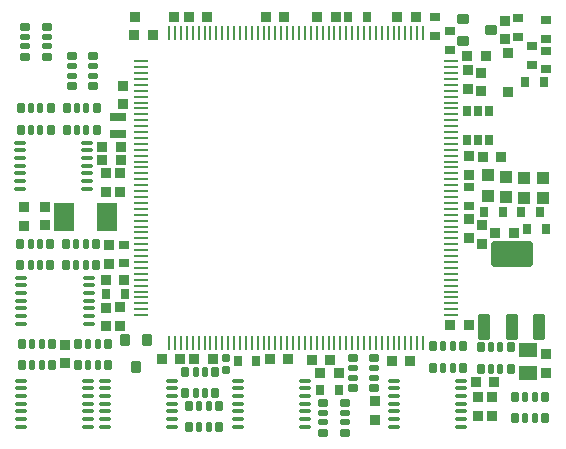
<source format=gtp>
G04*
G04 #@! TF.GenerationSoftware,Altium Limited,Altium Designer,20.2.7 (254)*
G04*
G04 Layer_Color=8421504*
%FSLAX25Y25*%
%MOIN*%
G70*
G04*
G04 #@! TF.SameCoordinates,2CAF1E14-90DA-4ECA-8151-D2BA910CDBF6*
G04*
G04*
G04 #@! TF.FilePolarity,Positive*
G04*
G01*
G75*
G04:AMPARAMS|DCode=17|XSize=27.56mil|YSize=36.22mil|CornerRadius=2.76mil|HoleSize=0mil|Usage=FLASHONLY|Rotation=180.000|XOffset=0mil|YOffset=0mil|HoleType=Round|Shape=RoundedRectangle|*
%AMROUNDEDRECTD17*
21,1,0.02756,0.03071,0,0,180.0*
21,1,0.02205,0.03622,0,0,180.0*
1,1,0.00551,-0.01102,0.01535*
1,1,0.00551,0.01102,0.01535*
1,1,0.00551,0.01102,-0.01535*
1,1,0.00551,-0.01102,-0.01535*
%
%ADD17ROUNDEDRECTD17*%
G04:AMPARAMS|DCode=18|XSize=137.8mil|YSize=84.65mil|CornerRadius=8.47mil|HoleSize=0mil|Usage=FLASHONLY|Rotation=0.000|XOffset=0mil|YOffset=0mil|HoleType=Round|Shape=RoundedRectangle|*
%AMROUNDEDRECTD18*
21,1,0.13780,0.06772,0,0,0.0*
21,1,0.12087,0.08465,0,0,0.0*
1,1,0.01693,0.06043,-0.03386*
1,1,0.01693,-0.06043,-0.03386*
1,1,0.01693,-0.06043,0.03386*
1,1,0.01693,0.06043,0.03386*
%
%ADD18ROUNDEDRECTD18*%
G04:AMPARAMS|DCode=19|XSize=43.31mil|YSize=84.65mil|CornerRadius=4.33mil|HoleSize=0mil|Usage=FLASHONLY|Rotation=0.000|XOffset=0mil|YOffset=0mil|HoleType=Round|Shape=RoundedRectangle|*
%AMROUNDEDRECTD19*
21,1,0.04331,0.07598,0,0,0.0*
21,1,0.03465,0.08465,0,0,0.0*
1,1,0.00866,0.01732,-0.03799*
1,1,0.00866,-0.01732,-0.03799*
1,1,0.00866,-0.01732,0.03799*
1,1,0.00866,0.01732,0.03799*
%
%ADD19ROUNDEDRECTD19*%
G04:AMPARAMS|DCode=20|XSize=43.31mil|YSize=84.65mil|CornerRadius=4.33mil|HoleSize=0mil|Usage=FLASHONLY|Rotation=0.000|XOffset=0mil|YOffset=0mil|HoleType=Round|Shape=RoundedRectangle|*
%AMROUNDEDRECTD20*
21,1,0.04331,0.07599,0,0,0.0*
21,1,0.03465,0.08465,0,0,0.0*
1,1,0.00866,0.01732,-0.03799*
1,1,0.00866,-0.01732,-0.03799*
1,1,0.00866,-0.01732,0.03799*
1,1,0.00866,0.01732,0.03799*
%
%ADD20ROUNDEDRECTD20*%
%ADD21O,0.04331X0.01181*%
%ADD22O,0.05118X0.00866*%
%ADD23O,0.00866X0.05118*%
G04:AMPARAMS|DCode=24|XSize=33.47mil|YSize=33.47mil|CornerRadius=3.35mil|HoleSize=0mil|Usage=FLASHONLY|Rotation=180.000|XOffset=0mil|YOffset=0mil|HoleType=Round|Shape=RoundedRectangle|*
%AMROUNDEDRECTD24*
21,1,0.03347,0.02677,0,0,180.0*
21,1,0.02677,0.03347,0,0,180.0*
1,1,0.00669,-0.01339,0.01339*
1,1,0.00669,0.01339,0.01339*
1,1,0.00669,0.01339,-0.01339*
1,1,0.00669,-0.01339,-0.01339*
%
%ADD24ROUNDEDRECTD24*%
G04:AMPARAMS|DCode=25|XSize=33.47mil|YSize=33.47mil|CornerRadius=3.35mil|HoleSize=0mil|Usage=FLASHONLY|Rotation=270.000|XOffset=0mil|YOffset=0mil|HoleType=Round|Shape=RoundedRectangle|*
%AMROUNDEDRECTD25*
21,1,0.03347,0.02677,0,0,270.0*
21,1,0.02677,0.03347,0,0,270.0*
1,1,0.00669,-0.01339,-0.01339*
1,1,0.00669,-0.01339,0.01339*
1,1,0.00669,0.01339,0.01339*
1,1,0.00669,0.01339,-0.01339*
%
%ADD25ROUNDEDRECTD25*%
G04:AMPARAMS|DCode=26|XSize=39.37mil|YSize=43.31mil|CornerRadius=3.94mil|HoleSize=0mil|Usage=FLASHONLY|Rotation=270.000|XOffset=0mil|YOffset=0mil|HoleType=Round|Shape=RoundedRectangle|*
%AMROUNDEDRECTD26*
21,1,0.03937,0.03543,0,0,270.0*
21,1,0.03150,0.04331,0,0,270.0*
1,1,0.00787,-0.01772,-0.01575*
1,1,0.00787,-0.01772,0.01575*
1,1,0.00787,0.01772,0.01575*
1,1,0.00787,0.01772,-0.01575*
%
%ADD26ROUNDEDRECTD26*%
%ADD27R,0.05906X0.05118*%
G04:AMPARAMS|DCode=28|XSize=27.56mil|YSize=36.22mil|CornerRadius=2.76mil|HoleSize=0mil|Usage=FLASHONLY|Rotation=90.000|XOffset=0mil|YOffset=0mil|HoleType=Round|Shape=RoundedRectangle|*
%AMROUNDEDRECTD28*
21,1,0.02756,0.03071,0,0,90.0*
21,1,0.02205,0.03622,0,0,90.0*
1,1,0.00551,0.01535,0.01102*
1,1,0.00551,0.01535,-0.01102*
1,1,0.00551,-0.01535,-0.01102*
1,1,0.00551,-0.01535,0.01102*
%
%ADD28ROUNDEDRECTD28*%
G04:AMPARAMS|DCode=29|XSize=35.43mil|YSize=37.4mil|CornerRadius=3.54mil|HoleSize=0mil|Usage=FLASHONLY|Rotation=270.000|XOffset=0mil|YOffset=0mil|HoleType=Round|Shape=RoundedRectangle|*
%AMROUNDEDRECTD29*
21,1,0.03543,0.03032,0,0,270.0*
21,1,0.02835,0.03740,0,0,270.0*
1,1,0.00709,-0.01516,-0.01417*
1,1,0.00709,-0.01516,0.01417*
1,1,0.00709,0.01516,0.01417*
1,1,0.00709,0.01516,-0.01417*
%
%ADD29ROUNDEDRECTD29*%
G04:AMPARAMS|DCode=30|XSize=35.43mil|YSize=37.4mil|CornerRadius=3.54mil|HoleSize=0mil|Usage=FLASHONLY|Rotation=270.000|XOffset=0mil|YOffset=0mil|HoleType=Round|Shape=RoundedRectangle|*
%AMROUNDEDRECTD30*
21,1,0.03543,0.03032,0,0,270.0*
21,1,0.02835,0.03740,0,0,270.0*
1,1,0.00709,-0.01516,-0.01417*
1,1,0.00709,-0.01516,0.01417*
1,1,0.00709,0.01516,0.01417*
1,1,0.00709,0.01516,-0.01417*
%
%ADD30ROUNDEDRECTD30*%
%ADD31R,0.06693X0.09449*%
G04:AMPARAMS|DCode=32|XSize=23.62mil|YSize=35.43mil|CornerRadius=2.36mil|HoleSize=0mil|Usage=FLASHONLY|Rotation=180.000|XOffset=0mil|YOffset=0mil|HoleType=Round|Shape=RoundedRectangle|*
%AMROUNDEDRECTD32*
21,1,0.02362,0.03071,0,0,180.0*
21,1,0.01890,0.03543,0,0,180.0*
1,1,0.00472,-0.00945,0.01535*
1,1,0.00472,0.00945,0.01535*
1,1,0.00472,0.00945,-0.01535*
1,1,0.00472,-0.00945,-0.01535*
%
%ADD32ROUNDEDRECTD32*%
G04:AMPARAMS|DCode=33|XSize=25.59mil|YSize=31.5mil|CornerRadius=2.56mil|HoleSize=0mil|Usage=FLASHONLY|Rotation=0.000|XOffset=0mil|YOffset=0mil|HoleType=Round|Shape=RoundedRectangle|*
%AMROUNDEDRECTD33*
21,1,0.02559,0.02638,0,0,0.0*
21,1,0.02047,0.03150,0,0,0.0*
1,1,0.00512,0.01024,-0.01319*
1,1,0.00512,-0.01024,-0.01319*
1,1,0.00512,-0.01024,0.01319*
1,1,0.00512,0.01024,0.01319*
%
%ADD33ROUNDEDRECTD33*%
G04:AMPARAMS|DCode=34|XSize=17.72mil|YSize=31.5mil|CornerRadius=1.77mil|HoleSize=0mil|Usage=FLASHONLY|Rotation=0.000|XOffset=0mil|YOffset=0mil|HoleType=Round|Shape=RoundedRectangle|*
%AMROUNDEDRECTD34*
21,1,0.01772,0.02795,0,0,0.0*
21,1,0.01417,0.03150,0,0,0.0*
1,1,0.00354,0.00709,-0.01398*
1,1,0.00354,-0.00709,-0.01398*
1,1,0.00354,-0.00709,0.01398*
1,1,0.00354,0.00709,0.01398*
%
%ADD34ROUNDEDRECTD34*%
G04:AMPARAMS|DCode=35|XSize=35.83mil|YSize=33.47mil|CornerRadius=3.35mil|HoleSize=0mil|Usage=FLASHONLY|Rotation=270.000|XOffset=0mil|YOffset=0mil|HoleType=Round|Shape=RoundedRectangle|*
%AMROUNDEDRECTD35*
21,1,0.03583,0.02677,0,0,270.0*
21,1,0.02913,0.03347,0,0,270.0*
1,1,0.00669,-0.01339,-0.01457*
1,1,0.00669,-0.01339,0.01457*
1,1,0.00669,0.01339,0.01457*
1,1,0.00669,0.01339,-0.01457*
%
%ADD35ROUNDEDRECTD35*%
G04:AMPARAMS|DCode=36|XSize=35.43mil|YSize=37.4mil|CornerRadius=3.54mil|HoleSize=0mil|Usage=FLASHONLY|Rotation=180.000|XOffset=0mil|YOffset=0mil|HoleType=Round|Shape=RoundedRectangle|*
%AMROUNDEDRECTD36*
21,1,0.03543,0.03032,0,0,180.0*
21,1,0.02835,0.03740,0,0,180.0*
1,1,0.00709,-0.01417,0.01516*
1,1,0.00709,0.01417,0.01516*
1,1,0.00709,0.01417,-0.01516*
1,1,0.00709,-0.01417,-0.01516*
%
%ADD36ROUNDEDRECTD36*%
G04:AMPARAMS|DCode=37|XSize=35.43mil|YSize=37.4mil|CornerRadius=3.54mil|HoleSize=0mil|Usage=FLASHONLY|Rotation=180.000|XOffset=0mil|YOffset=0mil|HoleType=Round|Shape=RoundedRectangle|*
%AMROUNDEDRECTD37*
21,1,0.03543,0.03032,0,0,180.0*
21,1,0.02835,0.03740,0,0,180.0*
1,1,0.00709,-0.01417,0.01516*
1,1,0.00709,0.01417,0.01516*
1,1,0.00709,0.01417,-0.01516*
1,1,0.00709,-0.01417,-0.01516*
%
%ADD37ROUNDEDRECTD37*%
G04:AMPARAMS|DCode=38|XSize=25.59mil|YSize=31.5mil|CornerRadius=2.56mil|HoleSize=0mil|Usage=FLASHONLY|Rotation=270.000|XOffset=0mil|YOffset=0mil|HoleType=Round|Shape=RoundedRectangle|*
%AMROUNDEDRECTD38*
21,1,0.02559,0.02638,0,0,270.0*
21,1,0.02047,0.03150,0,0,270.0*
1,1,0.00512,-0.01319,-0.01024*
1,1,0.00512,-0.01319,0.01024*
1,1,0.00512,0.01319,0.01024*
1,1,0.00512,0.01319,-0.01024*
%
%ADD38ROUNDEDRECTD38*%
G04:AMPARAMS|DCode=39|XSize=17.72mil|YSize=31.5mil|CornerRadius=1.77mil|HoleSize=0mil|Usage=FLASHONLY|Rotation=270.000|XOffset=0mil|YOffset=0mil|HoleType=Round|Shape=RoundedRectangle|*
%AMROUNDEDRECTD39*
21,1,0.01772,0.02795,0,0,270.0*
21,1,0.01417,0.03150,0,0,270.0*
1,1,0.00354,-0.01398,-0.00709*
1,1,0.00354,-0.01398,0.00709*
1,1,0.00354,0.01398,0.00709*
1,1,0.00354,0.01398,-0.00709*
%
%ADD39ROUNDEDRECTD39*%
G04:AMPARAMS|DCode=40|XSize=27.56mil|YSize=55.12mil|CornerRadius=2.76mil|HoleSize=0mil|Usage=FLASHONLY|Rotation=270.000|XOffset=0mil|YOffset=0mil|HoleType=Round|Shape=RoundedRectangle|*
%AMROUNDEDRECTD40*
21,1,0.02756,0.04961,0,0,270.0*
21,1,0.02205,0.05512,0,0,270.0*
1,1,0.00551,-0.02480,-0.01102*
1,1,0.00551,-0.02480,0.01102*
1,1,0.00551,0.02480,0.01102*
1,1,0.00551,0.02480,-0.01102*
%
%ADD40ROUNDEDRECTD40*%
G04:AMPARAMS|DCode=41|XSize=27.56mil|YSize=23.62mil|CornerRadius=2.36mil|HoleSize=0mil|Usage=FLASHONLY|Rotation=180.000|XOffset=0mil|YOffset=0mil|HoleType=Round|Shape=RoundedRectangle|*
%AMROUNDEDRECTD41*
21,1,0.02756,0.01890,0,0,180.0*
21,1,0.02284,0.02362,0,0,180.0*
1,1,0.00472,-0.01142,0.00945*
1,1,0.00472,0.01142,0.00945*
1,1,0.00472,0.01142,-0.00945*
1,1,0.00472,-0.01142,-0.00945*
%
%ADD41ROUNDEDRECTD41*%
G04:AMPARAMS|DCode=42|XSize=35.83mil|YSize=33.47mil|CornerRadius=3.35mil|HoleSize=0mil|Usage=FLASHONLY|Rotation=180.000|XOffset=0mil|YOffset=0mil|HoleType=Round|Shape=RoundedRectangle|*
%AMROUNDEDRECTD42*
21,1,0.03583,0.02677,0,0,180.0*
21,1,0.02913,0.03347,0,0,180.0*
1,1,0.00669,-0.01457,0.01339*
1,1,0.00669,0.01457,0.01339*
1,1,0.00669,0.01457,-0.01339*
1,1,0.00669,-0.01457,-0.01339*
%
%ADD42ROUNDEDRECTD42*%
D17*
X110433Y17421D02*
D03*
X104134D02*
D03*
X76575Y27264D02*
D03*
X82874D02*
D03*
X158858Y76968D02*
D03*
X165157D02*
D03*
X119784Y142028D02*
D03*
X113484D02*
D03*
X177362Y76772D02*
D03*
X171063D02*
D03*
X179232Y71260D02*
D03*
X172933D02*
D03*
X32579Y49705D02*
D03*
X38878D02*
D03*
X172244Y120177D02*
D03*
X178543D02*
D03*
D18*
X167913Y62992D02*
D03*
D19*
X176969Y38583D02*
D03*
X158858D02*
D03*
D20*
X167913D02*
D03*
D21*
X128543Y20669D02*
D03*
Y18110D02*
D03*
Y15551D02*
D03*
Y12992D02*
D03*
Y10433D02*
D03*
Y7874D02*
D03*
Y5315D02*
D03*
X150984Y20669D02*
D03*
Y18110D02*
D03*
Y15551D02*
D03*
Y12992D02*
D03*
Y10433D02*
D03*
Y7874D02*
D03*
Y5315D02*
D03*
X4527Y55020D02*
D03*
Y52461D02*
D03*
Y49902D02*
D03*
Y47343D02*
D03*
Y44783D02*
D03*
Y42224D02*
D03*
Y39665D02*
D03*
X26969Y55020D02*
D03*
Y52461D02*
D03*
Y49902D02*
D03*
Y47343D02*
D03*
Y44783D02*
D03*
Y42224D02*
D03*
Y39665D02*
D03*
X4035Y100000D02*
D03*
Y97441D02*
D03*
Y94882D02*
D03*
Y92323D02*
D03*
Y89764D02*
D03*
Y87205D02*
D03*
Y84646D02*
D03*
X26476Y100000D02*
D03*
Y97441D02*
D03*
Y94882D02*
D03*
Y92323D02*
D03*
Y89764D02*
D03*
Y87205D02*
D03*
Y84646D02*
D03*
X54724Y5315D02*
D03*
Y7874D02*
D03*
Y10433D02*
D03*
Y12992D02*
D03*
Y15551D02*
D03*
Y18110D02*
D03*
Y20669D02*
D03*
X32284Y5315D02*
D03*
Y7874D02*
D03*
Y10433D02*
D03*
Y12992D02*
D03*
Y15551D02*
D03*
Y18110D02*
D03*
Y20669D02*
D03*
X99016Y5315D02*
D03*
Y7874D02*
D03*
Y10433D02*
D03*
Y12992D02*
D03*
Y15551D02*
D03*
Y18110D02*
D03*
Y20669D02*
D03*
X76575Y5315D02*
D03*
Y7874D02*
D03*
Y10433D02*
D03*
Y12992D02*
D03*
Y15551D02*
D03*
Y18110D02*
D03*
Y20669D02*
D03*
X4232D02*
D03*
Y18110D02*
D03*
Y15551D02*
D03*
Y12992D02*
D03*
Y10433D02*
D03*
Y7874D02*
D03*
Y5315D02*
D03*
X26673Y20669D02*
D03*
Y18110D02*
D03*
Y15551D02*
D03*
Y12992D02*
D03*
Y10433D02*
D03*
Y7874D02*
D03*
Y5315D02*
D03*
D22*
X44291Y127165D02*
D03*
Y125197D02*
D03*
Y123228D02*
D03*
Y121260D02*
D03*
Y119291D02*
D03*
Y117323D02*
D03*
Y115354D02*
D03*
Y113386D02*
D03*
Y111417D02*
D03*
Y109449D02*
D03*
Y107480D02*
D03*
Y105512D02*
D03*
Y103543D02*
D03*
Y101575D02*
D03*
Y99606D02*
D03*
Y97638D02*
D03*
Y95669D02*
D03*
Y93701D02*
D03*
Y91732D02*
D03*
Y89764D02*
D03*
Y87795D02*
D03*
Y85827D02*
D03*
Y83858D02*
D03*
Y81890D02*
D03*
Y79921D02*
D03*
Y77953D02*
D03*
Y75984D02*
D03*
Y74016D02*
D03*
Y72047D02*
D03*
Y70079D02*
D03*
Y68110D02*
D03*
Y66142D02*
D03*
Y64173D02*
D03*
Y62205D02*
D03*
Y60236D02*
D03*
Y58268D02*
D03*
Y56299D02*
D03*
Y54331D02*
D03*
Y52362D02*
D03*
Y50394D02*
D03*
Y48425D02*
D03*
Y46457D02*
D03*
Y44488D02*
D03*
Y42520D02*
D03*
X147835D02*
D03*
Y44488D02*
D03*
Y46457D02*
D03*
Y48425D02*
D03*
Y50394D02*
D03*
Y52362D02*
D03*
Y54331D02*
D03*
Y56299D02*
D03*
Y58268D02*
D03*
Y60236D02*
D03*
Y62205D02*
D03*
Y64173D02*
D03*
Y66142D02*
D03*
Y68110D02*
D03*
Y70079D02*
D03*
Y72047D02*
D03*
Y74016D02*
D03*
Y75984D02*
D03*
Y77953D02*
D03*
Y79921D02*
D03*
Y81890D02*
D03*
Y83858D02*
D03*
Y85827D02*
D03*
Y87795D02*
D03*
Y89764D02*
D03*
Y91732D02*
D03*
Y93701D02*
D03*
Y95669D02*
D03*
Y97638D02*
D03*
Y99606D02*
D03*
Y101575D02*
D03*
Y103543D02*
D03*
Y105512D02*
D03*
Y107480D02*
D03*
Y109449D02*
D03*
Y111417D02*
D03*
Y113386D02*
D03*
Y115354D02*
D03*
Y117323D02*
D03*
Y119291D02*
D03*
Y121260D02*
D03*
Y123228D02*
D03*
Y125197D02*
D03*
Y127165D02*
D03*
D23*
X53740Y33071D02*
D03*
X55709D02*
D03*
X57677D02*
D03*
X59646D02*
D03*
X61614D02*
D03*
X63583D02*
D03*
X65551D02*
D03*
X67520D02*
D03*
X69488D02*
D03*
X71457D02*
D03*
X73425D02*
D03*
X75394D02*
D03*
X77362D02*
D03*
X79331D02*
D03*
X81299D02*
D03*
X83268D02*
D03*
X85236D02*
D03*
X87205D02*
D03*
X89173D02*
D03*
X91142D02*
D03*
X93110D02*
D03*
X95079D02*
D03*
X97047D02*
D03*
X99016D02*
D03*
X100984D02*
D03*
X102953D02*
D03*
X104921D02*
D03*
X106890D02*
D03*
X108858D02*
D03*
X110827D02*
D03*
X112795D02*
D03*
X114764D02*
D03*
X116732D02*
D03*
X118701D02*
D03*
X120669D02*
D03*
X122638D02*
D03*
X124606D02*
D03*
X126575D02*
D03*
X128543D02*
D03*
X130512D02*
D03*
X132480D02*
D03*
X134449D02*
D03*
X136417D02*
D03*
X138386D02*
D03*
Y136614D02*
D03*
X136417D02*
D03*
X134449D02*
D03*
X132480D02*
D03*
X130512D02*
D03*
X128543D02*
D03*
X126575D02*
D03*
X124606D02*
D03*
X122638D02*
D03*
X120669D02*
D03*
X118701D02*
D03*
X116732D02*
D03*
X114764D02*
D03*
X112795D02*
D03*
X110827D02*
D03*
X108858D02*
D03*
X106890D02*
D03*
X104921D02*
D03*
X102953D02*
D03*
X100984D02*
D03*
X99016D02*
D03*
X97047D02*
D03*
X95079D02*
D03*
X93110D02*
D03*
X91142D02*
D03*
X89173D02*
D03*
X87205D02*
D03*
X85236D02*
D03*
X83268D02*
D03*
X81299D02*
D03*
X79331D02*
D03*
X77362D02*
D03*
X75394D02*
D03*
X73425D02*
D03*
X71457D02*
D03*
X69488D02*
D03*
X67520D02*
D03*
X65551D02*
D03*
X63583D02*
D03*
X61614D02*
D03*
X59646D02*
D03*
X57677D02*
D03*
X55709D02*
D03*
X53740D02*
D03*
D24*
X155945Y20079D02*
D03*
X162165D02*
D03*
X153189Y128740D02*
D03*
X159409D02*
D03*
X162539Y69882D02*
D03*
X168760D02*
D03*
X62165Y27854D02*
D03*
X68386D02*
D03*
X135945Y141811D02*
D03*
X129724D02*
D03*
X127894Y27165D02*
D03*
X134114D02*
D03*
X42067Y135827D02*
D03*
X48287D02*
D03*
X158307Y95177D02*
D03*
X164527D02*
D03*
X51220Y27756D02*
D03*
X57441D02*
D03*
X104173Y23327D02*
D03*
X110394D02*
D03*
X37756Y94193D02*
D03*
X31536D02*
D03*
X66496Y141929D02*
D03*
X60276D02*
D03*
X85965Y141831D02*
D03*
X92185D02*
D03*
X103091Y141831D02*
D03*
X109311D02*
D03*
X153602Y39272D02*
D03*
X147382D02*
D03*
X87244Y27756D02*
D03*
X93465D02*
D03*
X107441Y27657D02*
D03*
X101221D02*
D03*
X37657Y98523D02*
D03*
X31437D02*
D03*
X32618Y54232D02*
D03*
X38839D02*
D03*
D25*
X165650Y140709D02*
D03*
Y134488D02*
D03*
X179429Y23268D02*
D03*
Y29488D02*
D03*
X153248Y117953D02*
D03*
Y124173D02*
D03*
X37303Y83602D02*
D03*
Y89823D02*
D03*
X157776Y117165D02*
D03*
Y123386D02*
D03*
X122343Y7520D02*
D03*
Y13740D02*
D03*
X156791Y8996D02*
D03*
Y15217D02*
D03*
X161221Y15216D02*
D03*
Y8996D02*
D03*
X12500Y78701D02*
D03*
Y72480D02*
D03*
X32776Y83602D02*
D03*
Y89823D02*
D03*
X37402Y38917D02*
D03*
Y45138D02*
D03*
X158169Y72402D02*
D03*
Y66181D02*
D03*
X32579Y38819D02*
D03*
Y45039D02*
D03*
X18996Y26417D02*
D03*
Y32638D02*
D03*
X5413Y72382D02*
D03*
Y78602D02*
D03*
X153543Y89311D02*
D03*
Y95531D02*
D03*
X153642Y74567D02*
D03*
Y68347D02*
D03*
X33760Y59685D02*
D03*
Y65905D02*
D03*
X38484Y118957D02*
D03*
Y112736D02*
D03*
D26*
X178445Y88386D02*
D03*
Y81693D02*
D03*
X165945Y81791D02*
D03*
Y88484D02*
D03*
X172146Y88386D02*
D03*
Y81693D02*
D03*
X160020Y82382D02*
D03*
Y89075D02*
D03*
D27*
X173228Y23327D02*
D03*
Y30807D02*
D03*
D28*
X147244Y130807D02*
D03*
Y137106D02*
D03*
X142520Y135630D02*
D03*
Y141929D02*
D03*
X153642Y85138D02*
D03*
Y78839D02*
D03*
X170177Y141535D02*
D03*
Y135236D02*
D03*
X179232Y130709D02*
D03*
Y124409D02*
D03*
X179232Y140846D02*
D03*
Y134547D02*
D03*
X174606Y132283D02*
D03*
Y125984D02*
D03*
X38583Y59744D02*
D03*
Y66043D02*
D03*
D29*
X161102Y137599D02*
D03*
X151850Y141339D02*
D03*
D30*
Y133858D02*
D03*
D31*
X18602Y75099D02*
D03*
X33169D02*
D03*
D32*
X160531Y100984D02*
D03*
X156791D02*
D03*
X153051D02*
D03*
Y110433D02*
D03*
X156791D02*
D03*
X160531D02*
D03*
D33*
X179035Y8169D02*
D03*
Y15256D02*
D03*
X168996D02*
D03*
Y8169D02*
D03*
X157579Y24705D02*
D03*
Y31791D02*
D03*
X167618D02*
D03*
Y24705D02*
D03*
X29429Y59153D02*
D03*
Y66240D02*
D03*
X19390D02*
D03*
Y59153D02*
D03*
X4134Y59154D02*
D03*
Y66240D02*
D03*
X14173D02*
D03*
Y59154D02*
D03*
X33366Y25787D02*
D03*
Y32874D02*
D03*
X23327D02*
D03*
Y25787D02*
D03*
X4626D02*
D03*
Y32874D02*
D03*
X14665D02*
D03*
Y25787D02*
D03*
X29626Y104331D02*
D03*
Y111417D02*
D03*
X19587D02*
D03*
Y104331D02*
D03*
X141732Y25000D02*
D03*
Y32087D02*
D03*
X151772D02*
D03*
Y25000D02*
D03*
X14272Y104331D02*
D03*
Y111417D02*
D03*
X4232D02*
D03*
Y104331D02*
D03*
X69193Y23524D02*
D03*
Y16437D02*
D03*
X59153D02*
D03*
Y23524D02*
D03*
X60335Y5217D02*
D03*
Y12303D02*
D03*
X70374D02*
D03*
Y5217D02*
D03*
D34*
X172441Y15256D02*
D03*
X175591D02*
D03*
Y8169D02*
D03*
X172441D02*
D03*
X161024Y24705D02*
D03*
X164173D02*
D03*
Y31791D02*
D03*
X161024D02*
D03*
X22835Y66240D02*
D03*
X25984D02*
D03*
Y59153D02*
D03*
X22835D02*
D03*
X7579Y59154D02*
D03*
X10728D02*
D03*
Y66240D02*
D03*
X7579D02*
D03*
X26772Y32874D02*
D03*
X29921D02*
D03*
Y25787D02*
D03*
X26772D02*
D03*
X8071D02*
D03*
X11221D02*
D03*
Y32874D02*
D03*
X8071D02*
D03*
X23032Y111417D02*
D03*
X26181D02*
D03*
Y104331D02*
D03*
X23032D02*
D03*
X145177Y25000D02*
D03*
X148327D02*
D03*
Y32087D02*
D03*
X145177D02*
D03*
X7677Y111417D02*
D03*
X10827D02*
D03*
Y104331D02*
D03*
X7677D02*
D03*
X65748Y23524D02*
D03*
X62598D02*
D03*
Y16437D02*
D03*
X65748D02*
D03*
X63780Y5217D02*
D03*
X66929D02*
D03*
Y12303D02*
D03*
X63780D02*
D03*
D35*
X166732Y116929D02*
D03*
Y129921D02*
D03*
D36*
X46358Y34331D02*
D03*
X42618Y25079D02*
D03*
D37*
X38878Y34331D02*
D03*
D38*
X105196Y13384D02*
D03*
X112283D02*
D03*
Y3345D02*
D03*
X105196D02*
D03*
X114961Y28248D02*
D03*
X122047D02*
D03*
Y18209D02*
D03*
X114961D02*
D03*
X28504Y128917D02*
D03*
X21417D02*
D03*
Y118877D02*
D03*
X28504D02*
D03*
X12894Y138681D02*
D03*
X5807D02*
D03*
Y128642D02*
D03*
X12894D02*
D03*
D39*
X105196Y9940D02*
D03*
Y6790D02*
D03*
X112283D02*
D03*
Y9940D02*
D03*
X114961Y24803D02*
D03*
Y21654D02*
D03*
X122047D02*
D03*
Y24803D02*
D03*
X21417Y122322D02*
D03*
Y125472D02*
D03*
X28504D02*
D03*
Y122322D02*
D03*
X5807Y132087D02*
D03*
Y135236D02*
D03*
X12894D02*
D03*
Y132087D02*
D03*
D40*
X36614Y108661D02*
D03*
Y102756D02*
D03*
D41*
X72835Y28150D02*
D03*
Y24213D02*
D03*
D42*
X55315Y141831D02*
D03*
X42323D02*
D03*
M02*

</source>
